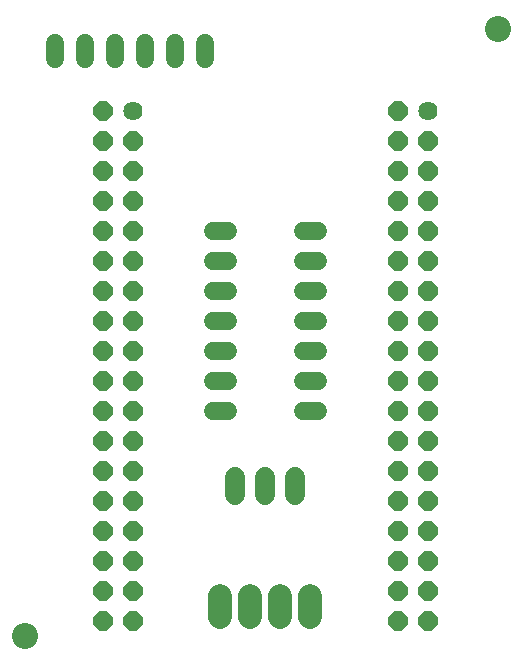
<source format=gbr>
G04 EAGLE Gerber RS-274X export*
G75*
%MOMM*%
%FSLAX34Y34*%
%LPD*%
%INSoldermask Top*%
%IPPOS*%
%AMOC8*
5,1,8,0,0,1.08239X$1,22.5*%
G01*
%ADD10C,2.203200*%
%ADD11C,1.625600*%
%ADD12P,1.759533X8X292.500000*%
%ADD13C,1.524000*%
%ADD14C,1.727200*%
%ADD15C,2.003200*%


D10*
X577850Y628650D03*
X177800Y114300D03*
D11*
X268700Y559000D03*
D12*
X243300Y559000D03*
X268700Y533600D03*
X243300Y533600D03*
X268700Y508200D03*
X243300Y508200D03*
X268700Y482800D03*
X243300Y482800D03*
X268700Y457400D03*
X243300Y457400D03*
X268700Y432000D03*
X243300Y432000D03*
X268700Y406600D03*
X243300Y406600D03*
X268700Y381200D03*
X243300Y381200D03*
X268700Y355800D03*
X243300Y355800D03*
X268700Y330400D03*
X243300Y330400D03*
X268700Y305000D03*
X243300Y305000D03*
X268700Y279600D03*
X243300Y279600D03*
X268700Y254200D03*
X243300Y254200D03*
X268700Y228800D03*
X243300Y228800D03*
X268700Y203400D03*
X243300Y203400D03*
X268700Y178000D03*
X243300Y178000D03*
X268700Y152600D03*
X243300Y152600D03*
X268700Y127200D03*
X243300Y127200D03*
D11*
X518700Y559000D03*
D12*
X493300Y559000D03*
X518700Y533600D03*
X493300Y533600D03*
X518700Y508200D03*
X493300Y508200D03*
X518700Y482800D03*
X493300Y482800D03*
X518700Y457400D03*
X493300Y457400D03*
X518700Y432000D03*
X493300Y432000D03*
X518700Y406600D03*
X493300Y406600D03*
X518700Y381200D03*
X493300Y381200D03*
X518700Y355800D03*
X493300Y355800D03*
X518700Y330400D03*
X493300Y330400D03*
X518700Y305000D03*
X493300Y305000D03*
X518700Y279600D03*
X493300Y279600D03*
X518700Y254200D03*
X493300Y254200D03*
X518700Y228800D03*
X493300Y228800D03*
X518700Y203400D03*
X493300Y203400D03*
X518700Y178000D03*
X493300Y178000D03*
X518700Y152600D03*
X493300Y152600D03*
X518700Y127200D03*
X493300Y127200D03*
D13*
X203200Y602996D02*
X203200Y616204D01*
X228600Y616204D02*
X228600Y602996D01*
X254000Y602996D02*
X254000Y616204D01*
X279400Y616204D02*
X279400Y602996D01*
X304800Y602996D02*
X304800Y616204D01*
X330200Y616204D02*
X330200Y602996D01*
X412496Y304800D02*
X425704Y304800D01*
X425704Y330200D02*
X412496Y330200D01*
X412496Y457200D02*
X425704Y457200D01*
X349504Y457200D02*
X336296Y457200D01*
X412496Y355600D02*
X425704Y355600D01*
X425704Y381000D02*
X412496Y381000D01*
X412496Y431800D02*
X425704Y431800D01*
X425704Y406400D02*
X412496Y406400D01*
X349504Y431800D02*
X336296Y431800D01*
X336296Y406400D02*
X349504Y406400D01*
X349504Y381000D02*
X336296Y381000D01*
X336296Y355600D02*
X349504Y355600D01*
X349504Y330200D02*
X336296Y330200D01*
X336296Y304800D02*
X349504Y304800D01*
D14*
X355600Y248920D02*
X355600Y233680D01*
X381000Y233680D02*
X381000Y248920D01*
X406400Y248920D02*
X406400Y233680D01*
D15*
X342900Y148700D02*
X342900Y130700D01*
X368300Y130700D02*
X368300Y148700D01*
X393700Y148700D02*
X393700Y130700D01*
X419100Y130700D02*
X419100Y148700D01*
M02*

</source>
